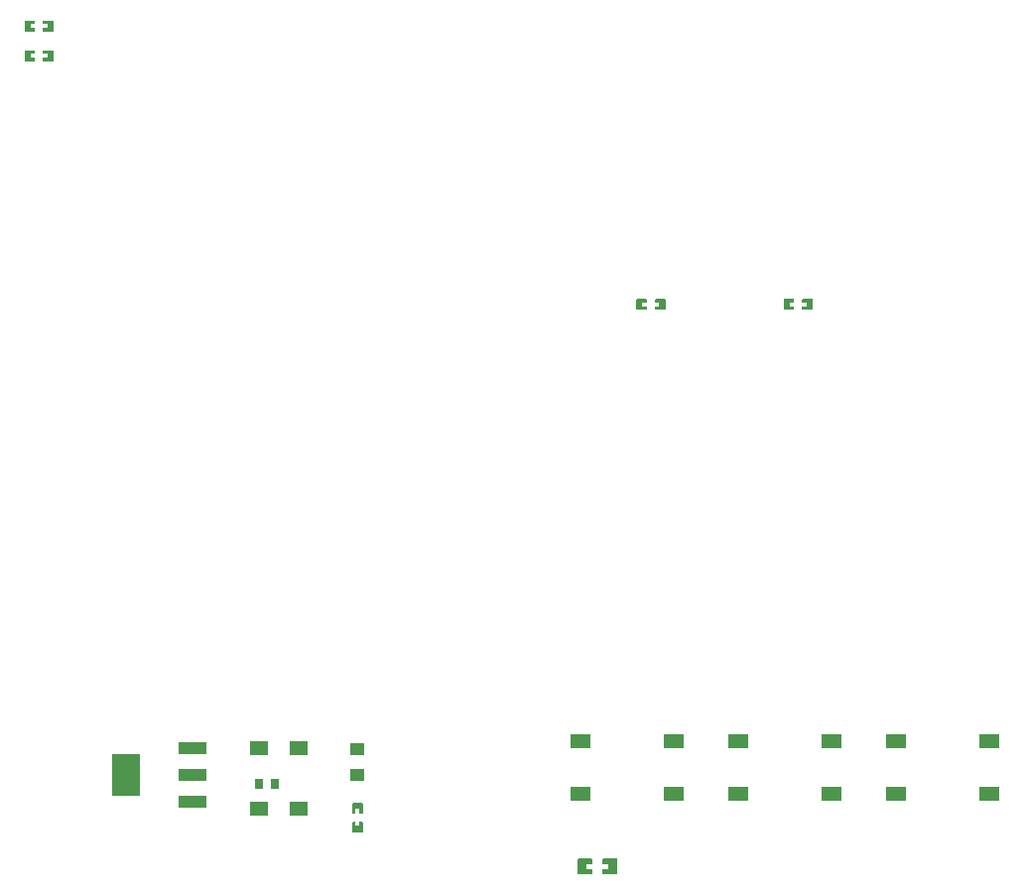
<source format=gtp>
G04 Layer: TopPasteMaskLayer*
G04 EasyEDA Pro v2.2.40.8, 2025-08-04 00:28:17*
G04 Gerber Generator version 0.3*
G04 Scale: 100 percent, Rotated: No, Reflected: No*
G04 Dimensions in millimeters*
G04 Leading zeros omitted, absolute positions, 4 integers and 5 decimals*
G04 Generated by one-click*
%FSLAX45Y45*%
%MOMM*%
%ADD10R,2.47X0.98001*%
%ADD11R,2.47X3.59999*%
%ADD12R,0.8X0.9*%
%ADD13R,1.5X1.29601*%
%ADD14R,1.25001X1.0*%
%ADD15R,1.8082X1.2*%
%ADD16R,1.8X1.2*%
G75*


G04 PolygonModel Start*
G36*
G01X-4109107Y2834100D02*
G01X-4029107Y2834100D01*
G01X-4024106Y2839101D01*
G01X-4024106Y2861898D01*
G01X-4061106Y2861898D01*
G01X-4061106Y2894897D01*
G01X-4024106Y2894897D01*
G01X-4024106Y2919101D01*
G01X-4029107Y2924100D01*
G01X-4109107Y2924100D01*
G01X-4114106Y2919101D01*
G01X-4114106Y2839101D01*
G01X-4109107Y2834100D01*
G37*
G36*
G01X-3870103Y2924097D02*
G01X-3950103Y2924097D01*
G01X-3955104Y2919096D01*
G01X-3955104Y2896300D01*
G01X-3918104Y2896300D01*
G01X-3918104Y2863300D01*
G01X-3955104Y2863300D01*
G01X-3955104Y2839096D01*
G01X-3950103Y2834097D01*
G01X-3870103Y2834097D01*
G01X-3865105Y2839096D01*
G01X-3865105Y2919096D01*
G01X-3870103Y2924097D01*
G37*
G36*
G01X-4109107Y3088100D02*
G01X-4029107Y3088100D01*
G01X-4024106Y3093101D01*
G01X-4024106Y3115898D01*
G01X-4061106Y3115898D01*
G01X-4061106Y3148897D01*
G01X-4024106Y3148897D01*
G01X-4024106Y3173101D01*
G01X-4029107Y3178100D01*
G01X-4109107Y3178100D01*
G01X-4114106Y3173101D01*
G01X-4114106Y3093101D01*
G01X-4109107Y3088100D01*
G37*
G36*
G01X-3870103Y3178097D02*
G01X-3950103Y3178097D01*
G01X-3955104Y3173096D01*
G01X-3955104Y3150300D01*
G01X-3918104Y3150300D01*
G01X-3918104Y3117300D01*
G01X-3955104Y3117300D01*
G01X-3955104Y3093096D01*
G01X-3950103Y3088097D01*
G01X-3870103Y3088097D01*
G01X-3865105Y3093096D01*
G01X-3865105Y3173096D01*
G01X-3870103Y3178097D01*
G37*
G36*
G01X-1227207Y-3740429D02*
G01X-1227207Y-3660429D01*
G01X-1232208Y-3655428D01*
G01X-1255004Y-3655428D01*
G01X-1255004Y-3692428D01*
G01X-1288004Y-3692428D01*
G01X-1288004Y-3655428D01*
G01X-1312208Y-3655428D01*
G01X-1317206Y-3660429D01*
G01X-1317206Y-3740429D01*
G01X-1312208Y-3745428D01*
G01X-1232208Y-3745428D01*
G01X-1227207Y-3740429D01*
G37*
G36*
G01X-1317204Y-3501425D02*
G01X-1317204Y-3581425D01*
G01X-1312203Y-3586426D01*
G01X-1289406Y-3586426D01*
G01X-1289406Y-3549426D01*
G01X-1256406Y-3549426D01*
G01X-1256406Y-3586426D01*
G01X-1232203Y-3586426D01*
G01X-1227204Y-3581425D01*
G01X-1227204Y-3501425D01*
G01X-1232203Y-3496426D01*
G01X-1312203Y-3496426D01*
G01X-1317204Y-3501425D01*
G37*
G36*
G01X604843Y-4103098D02*
G01X604843Y-3975099D01*
G01X609844Y-3970098D01*
G01X724845Y-3970098D01*
G01X729844Y-3975099D01*
G01X730347Y-4016103D01*
G01X685346Y-4016103D01*
G01X685346Y-4061101D01*
G01X729346Y-4061101D01*
G01X729844Y-4103098D01*
G01X724845Y-4108099D01*
G01X609844Y-4108099D01*
G01X604843Y-4103098D01*
G37*
G36*
G01X819844Y-4103098D02*
G01X819846Y-4061101D01*
G01X864344Y-4061101D01*
G01X864344Y-4016103D01*
G01X820347Y-4016103D01*
G01X819844Y-3975099D01*
G01X824845Y-3970098D01*
G01X939843Y-3970098D01*
G01X944845Y-3975099D01*
G01X944845Y-4103098D01*
G01X939843Y-4108099D01*
G01X824845Y-4108099D01*
G01X819844Y-4103098D01*
G37*
G36*
G01X1350460Y803197D02*
G01X1270461Y803197D01*
G01X1265459Y798196D01*
G01X1265459Y775400D01*
G01X1302459Y775400D01*
G01X1302459Y742400D01*
G01X1265459Y742400D01*
G01X1265459Y718196D01*
G01X1270461Y713197D01*
G01X1350460Y713197D01*
G01X1355459Y718196D01*
G01X1355459Y798196D01*
G01X1350460Y803197D01*
G37*
G36*
G01X1111457Y713200D02*
G01X1191456Y713200D01*
G01X1196458Y718201D01*
G01X1196458Y740998D01*
G01X1159457Y740998D01*
G01X1159457Y773997D01*
G01X1196458Y773997D01*
G01X1196458Y798201D01*
G01X1191456Y803200D01*
G01X1111457Y803200D01*
G01X1106458Y798201D01*
G01X1106458Y718201D01*
G01X1111457Y713200D01*
G37*
G36*
G01X2368757Y713200D02*
G01X2448756Y713200D01*
G01X2453758Y718201D01*
G01X2453758Y740998D01*
G01X2416757Y740998D01*
G01X2416757Y773997D01*
G01X2453758Y773997D01*
G01X2453758Y798201D01*
G01X2448756Y803200D01*
G01X2368757Y803200D01*
G01X2363758Y798201D01*
G01X2363758Y718201D01*
G01X2368757Y713200D01*
G37*
G36*
G01X2607760Y803197D02*
G01X2527761Y803197D01*
G01X2522759Y798196D01*
G01X2522759Y775400D01*
G01X2559759Y775400D01*
G01X2559759Y742400D01*
G01X2522759Y742400D01*
G01X2522759Y718196D01*
G01X2527761Y713197D01*
G01X2607760Y713197D01*
G01X2612759Y718196D01*
G01X2612759Y798196D01*
G01X2607760Y803197D01*
G37*

G04 Pad Start*
G54D10*
G01X-2677416Y-3486395D03*
G01X-2677416Y-3256398D03*
G01X-2677416Y-3026401D03*
G54D11*
G01X-3244395Y-3256398D03*
G54D12*
G01X-1976503Y-3331201D03*
G01X-2116508Y-3331201D03*
G54D13*
G01X-2113536Y-3547101D03*
G01X-1776275Y-3547101D03*
G01X-2113536Y-3026401D03*
G01X-1776275Y-3026401D03*
G54D14*
G01X-1272205Y-3256029D03*
G01X-1272205Y-3036015D03*
G54D16*
G01X626908Y-2967101D03*
G01X626908Y-3417088D03*
G01X1426907Y-3417088D03*
G01X1426907Y-2967101D03*
G01X1973108Y-2967101D03*
G01X1973108Y-3417088D03*
G01X2773107Y-3417088D03*
G01X2773107Y-2967101D03*
G01X3319296Y-2967101D03*
G01X3319296Y-3417088D03*
G01X4119295Y-3417088D03*
G01X4119295Y-2967101D03*
G04 Pad End*

M02*


</source>
